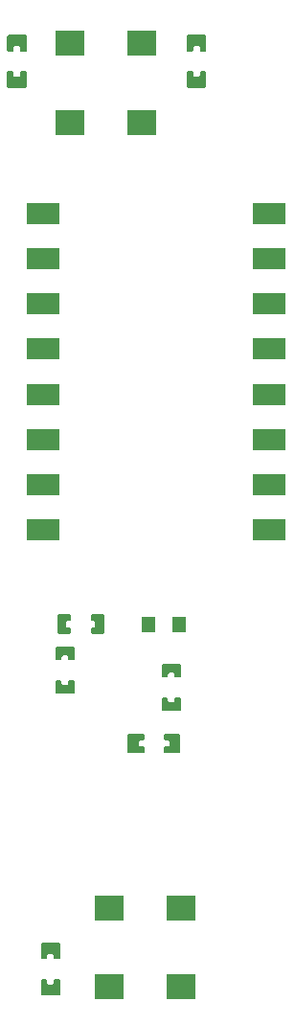
<source format=gbp>
G04 Layer: BottomPasteMaskLayer*
G04 Panelize: , Column: 2, Row: 1, Board Size: 40.01mm x 93.13mm, Panelized Board Size: 90.01mm x 93.13mm*
G04 EasyEDA v6.5.51, 2025-12-10 18:06:53*
G04 0555fe365c4c4ce19a54b4cc8b748554,f920225d1fc94cab822a7ee7b834fcf3,10*
G04 Gerber Generator version 0.2*
G04 Scale: 100 percent, Rotated: No, Reflected: No *
G04 Dimensions in millimeters *
G04 leading zeros omitted , absolute positions ,4 integer and 5 decimal *
%FSLAX45Y45*%
%MOMM*%

%AMMACRO1*21,1,$1,$2,0,0,$3*%
%ADD10MACRO1,1.9X2.8X90.0000*%
%ADD11MACRO1,1.9X2.8X-90.0000*%
%ADD12R,2.5920X2.2075*%
%ADD13MACRO1,2.592X2.2075X0.0000*%
%ADD14MACRO1,1.2X1.4X0.0000*%
%ADD15C,0.0109*%

%LPD*%
G36*
X1015796Y994511D02*
G01*
X1005789Y984503D01*
X1005789Y855980D01*
X1015796Y846023D01*
X1168603Y846023D01*
X1178610Y855980D01*
X1178610Y984503D01*
X1168603Y994511D01*
X1131570Y994511D01*
X1121562Y984503D01*
X1121562Y954024D01*
X1111554Y944016D01*
X1072845Y944016D01*
X1062837Y954024D01*
X1062837Y984503D01*
X1052830Y994511D01*
G37*
G36*
X1015796Y1312976D02*
G01*
X1005789Y1303020D01*
X1005789Y1174496D01*
X1015796Y1164488D01*
X1052830Y1164488D01*
X1062837Y1174496D01*
X1062837Y1204976D01*
X1072845Y1214983D01*
X1111554Y1214983D01*
X1121562Y1204976D01*
X1121562Y1174496D01*
X1131570Y1164488D01*
X1168603Y1164488D01*
X1178610Y1174496D01*
X1178610Y1303020D01*
X1168603Y1312976D01*
G37*
G36*
X717296Y9334703D02*
G01*
X707288Y9324746D01*
X707288Y9196222D01*
X717296Y9186214D01*
X754278Y9186214D01*
X764286Y9196222D01*
X764286Y9226702D01*
X774293Y9236710D01*
X813053Y9236710D01*
X823061Y9226702D01*
X823061Y9196222D01*
X833069Y9186214D01*
X870051Y9186214D01*
X880059Y9196222D01*
X880059Y9324746D01*
X870051Y9334703D01*
G37*
G36*
X717296Y9016238D02*
G01*
X707288Y9006230D01*
X707288Y8877706D01*
X717296Y8867749D01*
X870051Y8867749D01*
X880059Y8877706D01*
X880059Y9006230D01*
X870051Y9016238D01*
X833069Y9016238D01*
X823061Y9006230D01*
X823061Y8975750D01*
X813053Y8965742D01*
X774293Y8965742D01*
X764286Y8975750D01*
X764286Y9006230D01*
X754278Y9016238D01*
G37*
G36*
X2304796Y9334703D02*
G01*
X2294788Y9324746D01*
X2294788Y9196222D01*
X2304796Y9186214D01*
X2341778Y9186214D01*
X2351786Y9196222D01*
X2351786Y9226702D01*
X2361793Y9236710D01*
X2400554Y9236710D01*
X2410561Y9226702D01*
X2410561Y9196222D01*
X2420569Y9186214D01*
X2457551Y9186214D01*
X2467559Y9196222D01*
X2467559Y9324746D01*
X2457551Y9334703D01*
G37*
G36*
X2304796Y9016238D02*
G01*
X2294788Y9006230D01*
X2294788Y8877706D01*
X2304796Y8867749D01*
X2457551Y8867749D01*
X2467559Y8877706D01*
X2467559Y9006230D01*
X2457551Y9016238D01*
X2420569Y9016238D01*
X2410561Y9006230D01*
X2410561Y8975750D01*
X2400554Y8965742D01*
X2361793Y8965742D01*
X2351786Y8975750D01*
X2351786Y9006230D01*
X2341778Y9016238D01*
G37*
G36*
X1783080Y3159810D02*
G01*
X1773123Y3149803D01*
X1773123Y2996996D01*
X1783080Y2986989D01*
X1911604Y2986989D01*
X1921611Y2996996D01*
X1921611Y3034030D01*
X1911604Y3044037D01*
X1881124Y3044037D01*
X1871116Y3054045D01*
X1871116Y3092754D01*
X1881124Y3102762D01*
X1911604Y3102762D01*
X1921611Y3112770D01*
X1921611Y3149803D01*
X1911604Y3159810D01*
G37*
G36*
X2101596Y3159810D02*
G01*
X2091588Y3149803D01*
X2091588Y3112770D01*
X2101596Y3102762D01*
X2132076Y3102762D01*
X2142083Y3092754D01*
X2142083Y3054045D01*
X2132076Y3044037D01*
X2101596Y3044037D01*
X2091588Y3034030D01*
X2091588Y2996996D01*
X2101596Y2986989D01*
X2230120Y2986989D01*
X2240076Y2996996D01*
X2240076Y3149803D01*
X2230120Y3159810D01*
G37*
G36*
X2083968Y3481222D02*
G01*
X2073960Y3471214D01*
X2073960Y3370427D01*
X2083968Y3360470D01*
X2234031Y3360470D01*
X2244039Y3370427D01*
X2244039Y3471214D01*
X2234031Y3481222D01*
X2197912Y3481222D01*
X2187905Y3471214D01*
X2187905Y3450132D01*
X2177897Y3440125D01*
X2140102Y3440125D01*
X2130094Y3450132D01*
X2130094Y3471214D01*
X2120087Y3481222D01*
G37*
G36*
X2083968Y3776929D02*
G01*
X2073960Y3766972D01*
X2073960Y3666185D01*
X2083968Y3656177D01*
X2120087Y3656177D01*
X2130094Y3666185D01*
X2130094Y3687267D01*
X2140102Y3697274D01*
X2177897Y3697274D01*
X2187905Y3687267D01*
X2187905Y3666185D01*
X2197912Y3656177D01*
X2234031Y3656177D01*
X2244039Y3666185D01*
X2244039Y3766972D01*
X2234031Y3776929D01*
G37*
G36*
X1160627Y4212539D02*
G01*
X1150670Y4202531D01*
X1150670Y4052468D01*
X1160627Y4042460D01*
X1261414Y4042460D01*
X1271422Y4052468D01*
X1271422Y4088587D01*
X1261414Y4098594D01*
X1240332Y4098594D01*
X1230325Y4108602D01*
X1230325Y4146397D01*
X1240332Y4156405D01*
X1261414Y4156405D01*
X1271422Y4166412D01*
X1271422Y4202531D01*
X1261414Y4212539D01*
G37*
G36*
X1456385Y4212539D02*
G01*
X1446377Y4202531D01*
X1446377Y4166412D01*
X1456385Y4156405D01*
X1477467Y4156405D01*
X1487474Y4146397D01*
X1487474Y4108602D01*
X1477467Y4098594D01*
X1456385Y4098594D01*
X1446377Y4088587D01*
X1446377Y4052468D01*
X1456385Y4042460D01*
X1557172Y4042460D01*
X1567129Y4052468D01*
X1567129Y4202531D01*
X1557172Y4212539D01*
G37*
G36*
X1144168Y3633622D02*
G01*
X1134160Y3623614D01*
X1134160Y3522827D01*
X1144168Y3512870D01*
X1294231Y3512870D01*
X1304239Y3522827D01*
X1304239Y3623614D01*
X1294231Y3633622D01*
X1258112Y3633622D01*
X1248105Y3623614D01*
X1248105Y3602532D01*
X1238097Y3592525D01*
X1200302Y3592525D01*
X1190294Y3602532D01*
X1190294Y3623614D01*
X1180287Y3633622D01*
G37*
G36*
X1144168Y3929329D02*
G01*
X1134160Y3919372D01*
X1134160Y3818585D01*
X1144168Y3808577D01*
X1180287Y3808577D01*
X1190294Y3818585D01*
X1190294Y3839667D01*
X1200302Y3849674D01*
X1238097Y3849674D01*
X1248105Y3839667D01*
X1248105Y3818585D01*
X1258112Y3808577D01*
X1294231Y3808577D01*
X1304239Y3818585D01*
X1304239Y3919372D01*
X1294231Y3929329D01*
G37*
D10*
G01*
X1022705Y7359089D03*
G01*
X1022705Y7759089D03*
G01*
X1022705Y6959092D03*
G01*
X1022705Y6559092D03*
G01*
X1022705Y6159093D03*
G01*
X1022705Y5759093D03*
D11*
G01*
X1022705Y5359093D03*
D10*
G01*
X1022705Y4959096D03*
D11*
G01*
X3022701Y4959094D03*
G01*
X3022701Y5359093D03*
G01*
X3022701Y5759093D03*
G01*
X3022701Y6159093D03*
G01*
X3022701Y6559091D03*
G01*
X3022701Y6959090D03*
G01*
X3022701Y7359089D03*
G01*
X3022701Y7759089D03*
D12*
G01*
X2247900Y918870D03*
D13*
G01*
X2247900Y1621124D03*
D12*
G01*
X1612900Y918870D03*
D13*
G01*
X1612900Y1621124D03*
D12*
G01*
X1263573Y8559596D03*
D13*
G01*
X1263573Y9261850D03*
D12*
G01*
X1898573Y8559596D03*
D13*
G01*
X1898573Y9261850D03*
D14*
G01*
X2230508Y4127500D03*
G01*
X1960491Y4127500D03*
M02*

</source>
